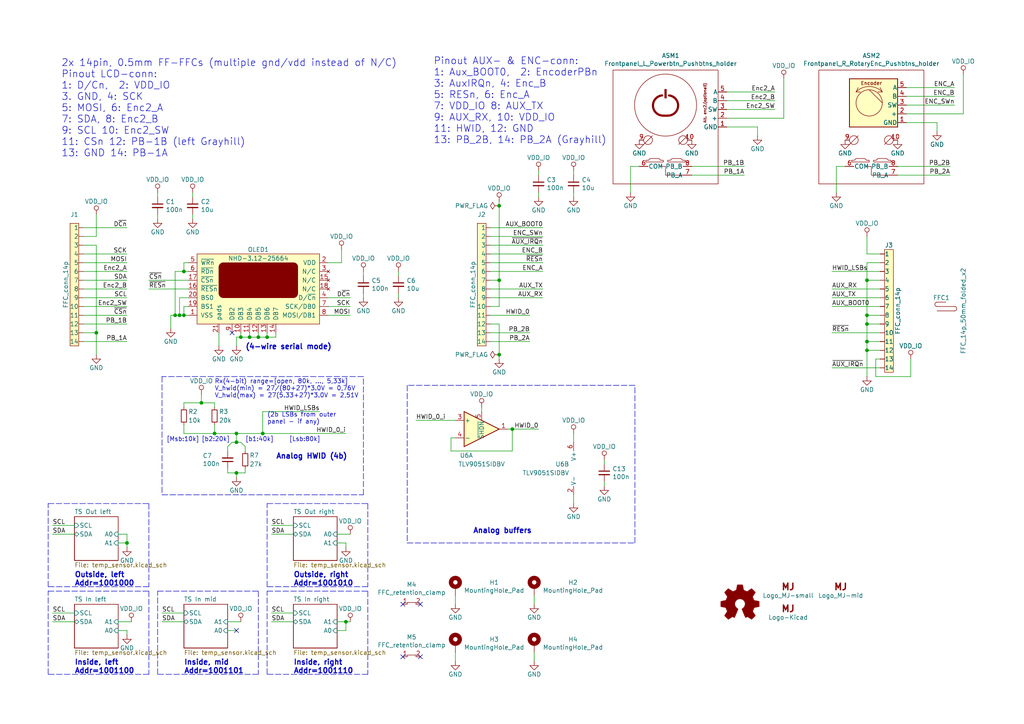
<source format=kicad_sch>
(kicad_sch (version 20231120) (generator "eeschema") (generator_version "8.0")
  (paper "A4")
  (title_block (title "Inner front-panel carrier board") (date "2020-05-15") (rev "R1a") (company "MaJo Electronics :)"))
  (lib_symbols
    (symbol "Device:C_Small" (pin_numbers hide) (pin_names (offset 0.254) hide)
      (property "Reference" "C" (at 0.254 1.778 0))
      (property "Value" "C_Small" (at 0.254 -2.032 0))
      (symbol "C_Small_1_1"
        (pin passive line (at 0 2.54 270) (length 2.032) (name "~") (number "1"))
        (pin passive line (at 0 -2.54 90) (length 2.032) (name "~") (number "2"))
      )
    )
    (symbol "Device:R_Small" (pin_numbers hide) (pin_names (offset 0.254) hide)
      (property "Reference" "R" (at 0.762 0.508 0))
      (property "Value" "R_Small" (at 0.762 -1.016 0))
      (symbol "R_Small_1_1"
        (pin passive line (at 0 2.54 270) (length 0.762) (name "~") (number "1"))
        (pin passive line (at 0 -2.54 90) (length 0.762) (name "~") (number "2"))
      )
    )
    (symbol "Graphic:Logo_Open_Hardware_Small" (pin_names (offset 1.016)))
    (symbol "Mechanical:MountingHole_Pad" (pin_numbers hide) (pin_names (offset 1.016) hide)
      (property "Reference" "H" (at 0 6.35 0))
      (property "Value" "MountingHole_Pad" (at 0 4.445 0))
      (symbol "MountingHole_Pad_1_1"
        (pin input line (at 0 -2.54 90) (length 2.54) (name "1") (number "1"))
      )
    )
    (symbol "customlib_mj:FFC_14p_50mm_folded_x2" (pin_numbers hide) (pin_names (offset 0) hide)
      (property "Reference" "FFC" (at 0 3.81 0))
      (property "Value" "FFC_14p_50mm_folded_x2" (at 0 -2.54 0))
    )
    (symbol "customlib_mj:FFC_conn_14p" (pin_numbers hide) (pin_names (offset 0.0254))
      (property "Reference" "J" (at 0 -19.05 0))
      (property "Value" "FFC_conn_14p" (at 2.54 0 90))
      (symbol "FFC_conn_14p_1_1"
        (pin passive line (at -2.54 16.51 0) (length 1.27) (name "1") (number "1"))
        (pin passive line (at -2.54 -6.35 0) (length 1.27) (name "10") (number "10"))
        (pin passive line (at -2.54 -8.89 0) (length 1.27) (name "11") (number "11"))
        (pin passive line (at -2.54 -11.43 0) (length 1.27) (name "12") (number "12"))
        (pin passive line (at -2.54 -13.97 0) (length 1.27) (name "13") (number "13"))
        (pin passive line (at -2.54 -16.51 0) (length 1.27) (name "14") (number "14"))
        (pin no_connect line (at 2.54 17.78 180) (length 1.27) hide (name "~") (number "15"))
        (pin no_connect line (at 2.54 -17.78 180) (length 1.27) hide (name "~") (number "16"))
        (pin passive line (at -2.54 13.97 0) (length 1.27) (name "2") (number "2"))
        (pin passive line (at -2.54 11.43 0) (length 1.27) (name "3") (number "3"))
        (pin passive line (at -2.54 8.89 0) (length 1.27) (name "4") (number "4"))
        (pin passive line (at -2.54 6.35 0) (length 1.27) (name "5") (number "5"))
        (pin passive line (at -2.54 3.81 0) (length 1.27) (name "6") (number "6"))
        (pin passive line (at -2.54 1.27 0) (length 1.27) (name "7") (number "7"))
        (pin passive line (at -2.54 -1.27 0) (length 1.27) (name "8") (number "8"))
        (pin passive line (at -2.54 -3.81 0) (length 1.27) (name "9") (number "9"))
      )
    )
    (symbol "customlib_mj:FFC_retention_clamp" (pin_names (offset 1.016))
      (property "Reference" "M" (at 0 2.54 0))
      (property "Value" "FFC_retention_clamp" (at 0 -1.27 0))
      (symbol "FFC_retention_clamp_1_1"
        (pin passive line (at -2.54 0 0) (length 1.27) (name "~") (number "1"))
        (pin passive line (at 2.54 0 180) (length 1.27) (name "~") (number "2"))
      )
    )
    (symbol "customlib_mj:Frontpanel_L_Powerbtn_Pushbtns_holder" (pin_names (offset 0.127))
      (property "Reference" "ASM" (at 0 21.59 0))
      (property "Value" "Frontpanel_L_Powerbtn_Pushbtns_holder" (at 0 -13.97 0))
      (symbol "Frontpanel_L_Powerbtn_Pushbtns_holder_0_0"
        (text "Alt. enc2.(optional!)" (at 11.43 10.795 900) (effects (font (size 0.762 0.762))))
      )
      (symbol "Frontpanel_L_Powerbtn_Pushbtns_holder_1_1"
        (pin power_in line (at 17.78 3.81 180) (length 2.54) (name "GND") (number "1"))
        (pin passive line (at 7.62 0 180) (length 1.27) (name "~") (number "10"))
        (pin power_in line (at 17.78 6.35 180) (length 2.54) (name "+") (number "2"))
        (pin passive line (at 17.78 8.89 180) (length 2.54) (name "SW") (number "3"))
        (pin passive line (at 17.78 11.43 180) (length 2.54) (name "B") (number "4"))
        (pin passive line (at 17.78 13.97 180) (length 2.54) (name "A") (number "5"))
        (pin passive line (at -7.62 -7.62 0) (length 2.54) (name "COM") (number "6"))
        (pin passive line (at 7.62 -10.16 180) (length 2.54) (name "PB_A") (number "7"))
        (pin passive line (at 7.62 -7.62 180) (length 2.54) (name "PB_B") (number "8"))
        (pin passive line (at -7.62 0 0) (length 1.27) (name "~") (number "9"))
      )
    )
    (symbol "customlib_mj:Frontpanel_R_RotaryEnc_Pushbtns_holder" (pin_names (offset 0.127))
      (property "Reference" "ASM" (at 0 21.59 0))
      (property "Value" "Frontpanel_R_RotaryEnc_Pushbtns_holder" (at 0 -13.97 0))
      (symbol "Frontpanel_R_RotaryEnc_Pushbtns_holder_0_0"
        (text "Encoder" (at 0 16.51 0) (effects (font (size 1.016 1.016))))
      )
      (symbol "Frontpanel_R_RotaryEnc_Pushbtns_holder_1_1"
        (pin power_in line (at 10.16 5.08 180) (length 2.54) (name "GND") (number "1"))
        (pin passive line (at 7.62 0 180) (length 1.27) (name "~") (number "10"))
        (pin power_in line (at 10.16 7.62 180) (length 2.54) (name "+") (number "2"))
        (pin passive line (at 10.16 10.16 180) (length 2.54) (name "SW") (number "3"))
        (pin passive line (at 10.16 12.7 180) (length 2.54) (name "B") (number "4"))
        (pin passive line (at 10.16 15.24 180) (length 2.54) (name "A") (number "5"))
        (pin passive line (at -7.62 -7.62 0) (length 2.54) (name "COM") (number "6"))
        (pin passive line (at 7.62 -10.16 180) (length 2.54) (name "PB_A") (number "7"))
        (pin passive line (at 7.62 -7.62 180) (length 2.54) (name "PB_B") (number "8"))
        (pin passive line (at -7.62 0 0) (length 1.27) (name "~") (number "9"))
      )
    )
    (symbol "customlib_mj:Logo_MJ" (pin_names (offset 1.016))
      (property "Reference" "Logo" (at 0 2.54 0))
      (symbol "Logo_MJ_0_0"
        (text "MJ" (at 0 0 0) (effects (font (size 1.905 1.905) (bold yes))))
      )
    )
    (symbol "customlib_mj:NHD-3.12-25664" (pin_names (offset 1.016))
      (property "Reference" "OLED" (at 0 8.89 0))
      (property "Value" "NHD-3.12-25664" (at 0 6.35 0))
      (symbol "NHD-3.12-25664_1_1"
        (pin power_in line (at -20.32 -10.16 0) (length 2.54) (name "VSS") (number "1"))
        (pin bidirectional line (at -5.08 -15.24 90) (length 2.54) (name "DB3") (number "10"))
        (pin bidirectional line (at -2.54 -15.24 90) (length 2.54) (name "DB4") (number "11"))
        (pin bidirectional line (at 0 -15.24 90) (length 2.54) (name "DB5") (number "12"))
        (pin bidirectional line (at 2.54 -15.24 90) (length 2.54) (name "DB6") (number "13"))
        (pin bidirectional line (at 5.08 -15.24 90) (length 2.54) (name "DB7") (number "14"))
        (pin no_connect line (at 20.32 0 180) (length 2.54) (name "N/C") (number "15"))
        (pin input line (at -20.32 -2.54 0) (length 2.54) (name "~{RESn}") (number "16"))
        (pin input line (at -20.32 0 0) (length 2.54) (name "~{CSn}") (number "17"))
        (pin no_connect line (at 20.32 -2.54 180) (length 2.54) (name "N/C") (number "18"))
        (pin input line (at -20.32 -7.62 0) (length 2.54) (name "BS1") (number "19"))
        (pin power_in line (at 20.32 5.08 180) (length 2.54) (name "VDD") (number "2"))
        (pin input line (at -20.32 -5.08 0) (length 2.54) (name "BS0") (number "20"))
        (pin passive line (at -11.43 -15.24 90) (length 2.54) (name "pads") (number "21"))
        (pin no_connect line (at 20.32 2.54 180) (length 2.54) (name "N/C") (number "3"))
        (pin input line (at 20.32 -5.08 180) (length 2.54) (name "D/~{Cn}") (number "4"))
        (pin input line (at -20.32 5.08 0) (length 2.54) (name "~{WRn}") (number "5"))
        (pin input line (at -20.32 2.54 0) (length 2.54) (name "~{RDn}") (number "6"))
        (pin bidirectional line (at 20.32 -7.62 180) (length 2.54) (name "SCK/DB0") (number "7"))
        (pin bidirectional line (at 20.32 -10.16 180) (length 2.54) (name "MOSI/DB1") (number "8"))
        (pin bidirectional line (at -7.62 -15.24 90) (length 2.54) (name "DB2") (number "9"))
      )
    )
    (symbol "customlib_mj:TLV9051SIDBV" (pin_names (offset 0.127))
      (property "Reference" "U" (at 1.27 3.81 0))
      (property "Value" "TLV9051SIDBV" (at -2.54 -5.08 0))
      (symbol "TLV9051SIDBV_1_1"
        (pin output line (at 7.62 0 180) (length 2.54) (name "~") (number "1"))
        (pin input line (at -7.62 2.54 0) (length 2.54) (name "+") (number "3"))
        (pin input line (at -7.62 -2.54 0) (length 2.54) (name "-") (number "4"))
        (pin input line (at 0 5.08 270) (length 2.54) (name "~{SHDN}") (number "5"))
      )
      (symbol "TLV9051SIDBV_2_1"
        (pin power_in line (at 0 -7.62 90) (length 2.54) (name "V-") (number "2"))
        (pin power_in line (at 0 7.62 270) (length 2.54) (name "V+") (number "6"))
      )
    )
    (symbol "customlib_mj:VDD_IO" (power) (pin_names (offset 0))
      (property "Value" "VDD_IO" (at 0 3.81 0))
      (symbol "VDD_IO_1_1"
        (pin power_in line (at 0 0 90) (length 0) hide (name "VDD_IO") (number "1"))
      )
    )
    (symbol "power:GND" (power) (pin_names (offset 0))
      (property "Value" "GND" (at 0 -3.81 0))
      (symbol "GND_1_1"
        (pin power_in line (at 0 0 270) (length 0) hide (name "GND") (number "1"))
      )
    )
    (symbol "power:PWR_FLAG" (power) (pin_numbers hide) (pin_names (offset 0) hide)
      (property "Value" "PWR_FLAG" (at 0 3.81 0))
      (symbol "PWR_FLAG_0_0"
        (pin power_out line (at 0 0 90) (length 0) (name "pwr") (number "1"))
      )
    )
  )
  (junction (at 144.78 81.28))
  (junction (at 251.46 93.98))
  (junction (at 251.46 101.6))
  (junction (at 62.23 125.73))
  (junction (at 68.58 128.27))
  (junction (at 72.39 97.79))
  (junction (at 144.78 59.69))
  (junction (at 144.78 102.87))
  (junction (at 76.2 125.73))
  (junction (at 251.46 99.06))
  (junction (at 69.85 97.79))
  (junction (at 53.34 91.44))
  (junction (at 251.46 91.44))
  (junction (at 251.46 81.28))
  (junction (at 50.8 91.44))
  (junction (at 100.33 180.34))
  (junction (at 52.07 91.44))
  (junction (at 74.93 97.79))
  (junction (at 77.47 97.79))
  (junction (at 148.59 124.46))
  (junction (at 27.94 96.52))
  (junction (at 36.83 157.48))
  (junction (at 68.58 137.16))
  (junction (at 53.34 78.74))
  (junction (at 68.58 125.73))
  (junction (at 58.42 116.84))
  (no_connect (at 121.92 175.26))
  (no_connect (at 116.84 175.26))
  (no_connect (at 116.84 190.5))
  (no_connect (at 121.92 190.5))
  (no_connect (at 68.58 182.88))
  (no_connect (at 67.31 96.52))
  (polyline (pts (xy 13.97 170.18) (xy 13.97 146.05)) (stroke (width 0) (type dash)))
  (wire (pts (xy 54.61 78.74) (xy 53.34 78.74)))
  (wire (pts (xy 27.94 68.58) (xy 27.94 62.23)))
  (wire (pts (xy 148.59 124.46) (xy 156.21 124.46)))
  (wire (pts (xy 45.72 55.88) (xy 45.72 57.15)))
  (wire (pts (xy 21.59 177.8) (xy 15.24 177.8)))
  (wire (pts (xy 68.58 128.27) (xy 67.31 128.27)))
  (wire (pts (xy 219.71 39.37) (xy 219.71 36.83)))
  (wire (pts (xy 139.7 119.38) (xy 139.7 118.11)))
  (wire (pts (xy 255.27 96.52) (xy 241.3 96.52)))
  (wire (pts (xy 53.34 91.44) (xy 54.61 91.44)))
  (wire (pts (xy 166.37 146.05) (xy 166.37 143.51)))
  (wire (pts (xy 144.78 88.9) (xy 144.78 81.28)))
  (wire (pts (xy 175.26 139.7) (xy 175.26 140.97)))
  (wire (pts (xy 148.59 124.46) (xy 147.32 124.46)))
  (polyline (pts (xy 77.47 170.18) (xy 77.47 146.05)) (stroke (width 0) (type dash)))
  (wire (pts (xy 100.33 180.34) (xy 101.6 180.34)))
  (wire (pts (xy 148.59 130.81) (xy 148.59 124.46)))
  (wire (pts (xy 24.13 71.12) (xy 27.94 71.12)))
  (wire (pts (xy 251.46 81.28) (xy 251.46 91.44)))
  (polyline (pts (xy 118.11 157.48) (xy 184.15 157.48)) (stroke (width 0) (type dash)))
  (wire (pts (xy 62.23 118.11) (xy 62.23 116.84)))
  (polyline (pts (xy 43.18 170.18) (xy 13.97 170.18)) (stroke (width 0) (type dash)))
  (wire (pts (xy 74.93 97.79) (xy 77.47 97.79)))
  (wire (pts (xy 254 104.14) (xy 254 109.22)))
  (wire (pts (xy 144.78 81.28) (xy 142.24 81.28)))
  (wire (pts (xy 85.09 152.4) (xy 78.74 152.4)))
  (wire (pts (xy 68.58 97.79) (xy 69.85 97.79)))
  (wire (pts (xy 142.24 66.04) (xy 157.48 66.04)))
  (wire (pts (xy 132.08 189.23) (xy 132.08 191.77)))
  (wire (pts (xy 24.13 96.52) (xy 27.94 96.52)))
  (polyline (pts (xy 45.72 195.58) (xy 45.72 171.45)) (stroke (width 0) (type dash)))
  (wire (pts (xy 54.61 86.36) (xy 52.07 86.36)))
  (wire (pts (xy 55.88 62.23) (xy 55.88 63.5)))
  (wire (pts (xy 251.46 76.2) (xy 255.27 76.2)))
  (wire (pts (xy 24.13 76.2) (xy 36.83 76.2)))
  (wire (pts (xy 58.42 114.3) (xy 58.42 116.84)))
  (wire (pts (xy 142.24 88.9) (xy 144.78 88.9)))
  (polyline (pts (xy 106.68 146.05) (xy 106.68 170.18)) (stroke (width 0) (type dash)))
  (wire (pts (xy 166.37 128.27) (xy 166.37 125.73)))
  (wire (pts (xy 76.2 119.38) (xy 92.71 119.38)))
  (wire (pts (xy 260.35 48.26) (xy 275.59 48.26)))
  (wire (pts (xy 77.47 96.52) (xy 77.47 97.79)))
  (wire (pts (xy 130.81 127) (xy 130.81 130.81)))
  (wire (pts (xy 156.21 55.88) (xy 156.21 57.15)))
  (wire (pts (xy 264.16 109.22) (xy 264.16 104.14)))
  (wire (pts (xy 24.13 99.06) (xy 36.83 99.06)))
  (wire (pts (xy 55.88 55.88) (xy 55.88 57.15)))
  (wire (pts (xy 54.61 76.2) (xy 53.34 76.2)))
  (wire (pts (xy 210.82 26.67) (xy 224.79 26.67)))
  (wire (pts (xy 185.42 48.26) (xy 182.88 48.26)))
  (wire (pts (xy 95.25 88.9) (xy 101.6 88.9)))
  (wire (pts (xy 156.21 49.53) (xy 156.21 50.8)))
  (wire (pts (xy 58.42 116.84) (xy 62.23 116.84)))
  (wire (pts (xy 262.89 30.48) (xy 276.86 30.48)))
  (wire (pts (xy 254 104.14) (xy 255.27 104.14)))
  (polyline (pts (xy 13.97 195.58) (xy 13.97 171.45)) (stroke (width 0) (type dash)))
  (wire (pts (xy 97.79 180.34) (xy 100.33 180.34)))
  (wire (pts (xy 80.01 97.79) (xy 80.01 96.52)))
  (wire (pts (xy 68.58 137.16) (xy 68.58 138.43)))
  (wire (pts (xy 52.07 91.44) (xy 53.34 91.44)))
  (wire (pts (xy 130.81 130.81) (xy 148.59 130.81)))
  (wire (pts (xy 53.34 177.8) (xy 46.99 177.8)))
  (wire (pts (xy 227.33 34.29) (xy 210.82 34.29)))
  (polyline (pts (xy 43.18 171.45) (xy 43.18 195.58)) (stroke (width 0) (type dash)))
  (wire (pts (xy 27.94 96.52) (xy 27.94 102.87)))
  (wire (pts (xy 53.34 76.2) (xy 53.34 78.74)))
  (wire (pts (xy 132.08 172.72) (xy 132.08 175.26)))
  (wire (pts (xy 27.94 71.12) (xy 27.94 96.52)))
  (wire (pts (xy 262.89 25.4) (xy 276.86 25.4)))
  (wire (pts (xy 69.85 96.52) (xy 69.85 97.79)))
  (wire (pts (xy 142.24 96.52) (xy 153.67 96.52)))
  (wire (pts (xy 53.34 88.9) (xy 53.34 91.44)))
  (wire (pts (xy 66.04 130.81) (xy 66.04 129.54)))
  (wire (pts (xy 166.37 49.53) (xy 166.37 50.8)))
  (polyline (pts (xy 46.99 143.51) (xy 105.41 143.51)) (stroke (width 0) (type dash)))
  (wire (pts (xy 97.79 182.88) (xy 100.33 182.88)))
  (wire (pts (xy 255.27 81.28) (xy 251.46 81.28)))
  (wire (pts (xy 36.83 182.88) (xy 36.83 184.15)))
  (wire (pts (xy 68.58 137.16) (xy 71.12 137.16)))
  (wire (pts (xy 144.78 102.87) (xy 144.78 104.14)))
  (wire (pts (xy 142.24 99.06) (xy 153.67 99.06)))
  (wire (pts (xy 69.85 97.79) (xy 72.39 97.79)))
  (wire (pts (xy 21.59 152.4) (xy 15.24 152.4)))
  (wire (pts (xy 53.34 116.84) (xy 58.42 116.84)))
  (wire (pts (xy 36.83 158.75) (xy 36.83 157.48)))
  (wire (pts (xy 255.27 101.6) (xy 251.46 101.6)))
  (wire (pts (xy 66.04 180.34) (xy 69.85 180.34)))
  (wire (pts (xy 132.08 121.92) (xy 120.65 121.92)))
  (polyline (pts (xy 74.93 195.58) (xy 45.72 195.58)) (stroke (width 0) (type dash)))
  (wire (pts (xy 154.94 189.23) (xy 154.94 191.77)))
  (polyline (pts (xy 77.47 146.05) (xy 106.68 146.05)) (stroke (width 0) (type dash)))
  (wire (pts (xy 227.33 22.86) (xy 227.33 34.29)))
  (wire (pts (xy 45.72 62.23) (xy 45.72 63.5)))
  (wire (pts (xy 54.61 83.82) (xy 43.18 83.82)))
  (wire (pts (xy 251.46 73.66) (xy 255.27 73.66)))
  (polyline (pts (xy 46.99 109.22) (xy 46.99 143.51)) (stroke (width 0) (type dash)))
  (wire (pts (xy 142.24 73.66) (xy 157.48 73.66)))
  (wire (pts (xy 54.61 88.9) (xy 53.34 88.9)))
  (wire (pts (xy 100.33 182.88) (xy 100.33 180.34)))
  (wire (pts (xy 242.57 48.26) (xy 242.57 55.88)))
  (wire (pts (xy 34.29 180.34) (xy 38.1 180.34)))
  (wire (pts (xy 210.82 29.21) (xy 224.79 29.21)))
  (wire (pts (xy 34.29 182.88) (xy 36.83 182.88)))
  (wire (pts (xy 101.6 154.94) (xy 97.79 154.94)))
  (wire (pts (xy 279.4 21.59) (xy 279.4 33.02)))
  (wire (pts (xy 105.41 78.74) (xy 105.41 80.01)))
  (wire (pts (xy 95.25 91.44) (xy 101.6 91.44)))
  (wire (pts (xy 69.85 128.27) (xy 68.58 128.27)))
  (wire (pts (xy 260.35 50.8) (xy 275.59 50.8)))
  (wire (pts (xy 271.78 35.56) (xy 262.89 35.56)))
  (wire (pts (xy 76.2 125.73) (xy 76.2 119.38)))
  (wire (pts (xy 132.08 127) (xy 130.81 127)))
  (wire (pts (xy 71.12 129.54) (xy 69.85 128.27)))
  (polyline (pts (xy 43.18 195.58) (xy 13.97 195.58)) (stroke (width 0) (type dash)))
  (wire (pts (xy 241.3 106.68) (xy 255.27 106.68)))
  (wire (pts (xy 24.13 86.36) (xy 36.83 86.36)))
  (wire (pts (xy 24.13 66.04) (xy 36.83 66.04)))
  (wire (pts (xy 53.34 118.11) (xy 53.34 116.84)))
  (wire (pts (xy 66.04 137.16) (xy 68.58 137.16)))
  (wire (pts (xy 77.47 97.79) (xy 80.01 97.79)))
  (wire (pts (xy 71.12 137.16) (xy 71.12 135.89)))
  (wire (pts (xy 24.13 93.98) (xy 36.83 93.98)))
  (wire (pts (xy 271.78 38.1) (xy 271.78 35.56)))
  (polyline (pts (xy 13.97 171.45) (xy 43.18 171.45)) (stroke (width 0) (type dash)))
  (wire (pts (xy 95.25 76.2) (xy 99.06 76.2)))
  (wire (pts (xy 255.27 91.44) (xy 251.46 91.44)))
  (wire (pts (xy 251.46 93.98) (xy 251.46 99.06)))
  (wire (pts (xy 72.39 97.79) (xy 74.93 97.79)))
  (wire (pts (xy 21.59 180.34) (xy 15.24 180.34)))
  (wire (pts (xy 200.66 48.26) (xy 215.9 48.26)))
  (wire (pts (xy 144.78 59.69) (xy 144.78 81.28)))
  (wire (pts (xy 66.04 135.89) (xy 66.04 137.16)))
  (polyline (pts (xy 184.15 111.76) (xy 118.11 111.76)) (stroke (width 0) (type dash)))
  (wire (pts (xy 34.29 157.48) (xy 36.83 157.48)))
  (wire (pts (xy 262.89 27.94) (xy 276.86 27.94)))
  (polyline (pts (xy 105.41 109.22) (xy 46.99 109.22)) (stroke (width 0) (type dash)))
  (wire (pts (xy 66.04 182.88) (xy 68.58 182.88)))
  (polyline (pts (xy 105.41 143.51) (xy 105.41 109.22)) (stroke (width 0) (type dash)))
  (wire (pts (xy 74.93 96.52) (xy 74.93 97.79)))
  (wire (pts (xy 142.24 71.12) (xy 157.48 71.12)))
  (wire (pts (xy 175.26 133.35) (xy 175.26 134.62)))
  (wire (pts (xy 49.53 91.44) (xy 50.8 91.44)))
  (wire (pts (xy 115.57 78.74) (xy 115.57 80.01)))
  (wire (pts (xy 99.06 76.2) (xy 99.06 72.39)))
  (polyline (pts (xy 74.93 171.45) (xy 74.93 195.58)) (stroke (width 0) (type dash)))
  (wire (pts (xy 50.8 91.44) (xy 52.07 91.44)))
  (wire (pts (xy 36.83 157.48) (xy 36.83 154.94)))
  (wire (pts (xy 24.13 81.28) (xy 36.83 81.28)))
  (wire (pts (xy 68.58 128.27) (xy 68.58 125.73)))
  (polyline (pts (xy 45.72 171.45) (xy 74.93 171.45)) (stroke (width 0) (type dash)))
  (wire (pts (xy 255.27 93.98) (xy 251.46 93.98)))
  (wire (pts (xy 241.3 88.9) (xy 255.27 88.9)))
  (wire (pts (xy 63.5 96.52) (xy 63.5 100.33)))
  (wire (pts (xy 251.46 81.28) (xy 251.46 76.2)))
  (wire (pts (xy 245.11 48.26) (xy 242.57 48.26)))
  (polyline (pts (xy 184.15 157.48) (xy 184.15 111.76)) (stroke (width 0) (type dash)))
  (wire (pts (xy 251.46 101.6) (xy 251.46 109.22)))
  (wire (pts (xy 85.09 177.8) (xy 78.74 177.8)))
  (wire (pts (xy 24.13 88.9) (xy 36.83 88.9)))
  (wire (pts (xy 219.71 36.83) (xy 210.82 36.83)))
  (wire (pts (xy 241.3 86.36) (xy 255.27 86.36)))
  (wire (pts (xy 142.24 83.82) (xy 157.48 83.82)))
  (wire (pts (xy 62.23 123.19) (xy 62.23 125.73)))
  (wire (pts (xy 100.33 158.75) (xy 100.33 157.48)))
  (wire (pts (xy 255.27 78.74) (xy 241.3 78.74)))
  (polyline (pts (xy 106.68 170.18) (xy 77.47 170.18)) (stroke (width 0) (type dash)))
  (wire (pts (xy 142.24 68.58) (xy 157.48 68.58)))
  (wire (pts (xy 72.39 96.52) (xy 72.39 97.79)))
  (wire (pts (xy 24.13 73.66) (xy 36.83 73.66)))
  (wire (pts (xy 52.07 86.36) (xy 52.07 91.44)))
  (wire (pts (xy 53.34 125.73) (xy 62.23 125.73)))
  (wire (pts (xy 71.12 130.81) (xy 71.12 129.54)))
  (wire (pts (xy 254 109.22) (xy 264.16 109.22)))
  (wire (pts (xy 142.24 78.74) (xy 157.48 78.74)))
  (polyline (pts (xy 13.97 146.05) (xy 43.18 146.05)) (stroke (width 0) (type dash)))
  (wire (pts (xy 142.24 93.98) (xy 144.78 93.98)))
  (wire (pts (xy 115.57 85.09) (xy 115.57 86.36)))
  (wire (pts (xy 142.24 91.44) (xy 153.67 91.44)))
  (wire (pts (xy 85.09 154.94) (xy 78.74 154.94)))
  (polyline (pts (xy 106.68 195.58) (xy 77.47 195.58)) (stroke (width 0) (type dash)))
  (wire (pts (xy 68.58 97.79) (xy 68.58 100.33)))
  (wire (pts (xy 144.78 93.98) (xy 144.78 102.87)))
  (polyline (pts (xy 43.18 146.05) (xy 43.18 170.18)) (stroke (width 0) (type dash)))
  (wire (pts (xy 105.41 85.09) (xy 105.41 86.36)))
  (wire (pts (xy 166.37 55.88) (xy 166.37 57.15)))
  (wire (pts (xy 85.09 180.34) (xy 78.74 180.34)))
  (wire (pts (xy 142.24 76.2) (xy 157.48 76.2)))
  (polyline (pts (xy 77.47 195.58) (xy 77.47 171.45)) (stroke (width 0) (type dash)))
  (wire (pts (xy 95.25 86.36) (xy 101.6 86.36)))
  (wire (pts (xy 24.13 83.82) (xy 36.83 83.82)))
  (wire (pts (xy 67.31 128.27) (xy 66.04 129.54)))
  (polyline (pts (xy 118.11 111.76) (xy 118.11 157.48)) (stroke (width 0) (type dash)))
  (wire (pts (xy 24.13 91.44) (xy 36.83 91.44)))
  (wire (pts (xy 251.46 68.58) (xy 251.46 73.66)))
  (wire (pts (xy 53.34 78.74) (xy 50.8 78.74)))
  (wire (pts (xy 49.53 95.25) (xy 49.53 91.44)))
  (wire (pts (xy 50.8 78.74) (xy 50.8 91.44)))
  (wire (pts (xy 54.61 81.28) (xy 43.18 81.28)))
  (wire (pts (xy 36.83 154.94) (xy 34.29 154.94)))
  (wire (pts (xy 53.34 180.34) (xy 46.99 180.34)))
  (polyline (pts (xy 77.47 171.45) (xy 106.68 171.45)) (stroke (width 0) (type dash)))
  (wire (pts (xy 251.46 99.06) (xy 251.46 101.6)))
  (wire (pts (xy 255.27 99.06) (xy 251.46 99.06)))
  (wire (pts (xy 24.13 68.58) (xy 27.94 68.58)))
  (wire (pts (xy 279.4 33.02) (xy 262.89 33.02)))
  (wire (pts (xy 200.66 50.8) (xy 215.9 50.8)))
  (wire (pts (xy 53.34 123.19) (xy 53.34 125.73)))
  (wire (pts (xy 182.88 55.88) (xy 182.88 48.26)))
  (wire (pts (xy 21.59 154.94) (xy 15.24 154.94)))
  (wire (pts (xy 142.24 86.36) (xy 157.48 86.36)))
  (polyline (pts (xy 106.68 171.45) (xy 106.68 195.58)) (stroke (width 0) (type dash)))
  (wire (pts (xy 154.94 172.72) (xy 154.94 175.26)))
  (wire (pts (xy 251.46 91.44) (xy 251.46 93.98)))
  (wire (pts (xy 68.58 125.73) (xy 76.2 125.73)))
  (wire (pts (xy 76.2 125.73) (xy 100.33 125.73)))
  (wire (pts (xy 144.78 58.42) (xy 144.78 59.69)))
  (wire (pts (xy 62.23 125.73) (xy 68.58 125.73)))
  (wire (pts (xy 24.13 78.74) (xy 36.83 78.74)))
  (wire (pts (xy 210.82 31.75) (xy 224.79 31.75)))
  (wire (pts (xy 241.3 83.82) (xy 255.27 83.82)))
  (wire (pts (xy 100.33 157.48) (xy 97.79 157.48)))
  (text "2x 14pin, 0.5mm FF-FFCs (multiple gnd/vdd instead of N/C)\nPinout LCD-conn:\n1: D/Cn,  2: VDD_IO\n3. GND, 4: SCK\n5: MOSI, 6: Enc2_A\n7: SDA, 8: Enc2_B\n9: SCL 10: Enc2_SW\n11: CSn 12: PB-1B (left Grayhill)\n13: GND 14: PB-1A" (at 17.78 45.72 0) (effects (font (size 2.032 2.032)) (justify left bottom)))
  (text "Rx(4-bit) range=[open, 80k, ..., 5,33k]\nV_hwid(min) = 27/(80+27)*3.0V = 0,76V\nV_hwid(max) = 27(5.33+27)*3.0V = 2,51V" (at 62.23 115.57 0) (effects (font (size 1.27 1.27)) (justify left bottom)))
  (text "Inside, right\nAddr=1001110" (at 85.09 195.58 0) (effects (font (size 1.524 1.524) (thickness 0.3048) (bold yes)) (justify left bottom)))
  (text "Outside, left\nAddr=1001000" (at 21.59 170.18 0) (effects (font (size 1.524 1.524) (thickness 0.3048) (bold yes)) (justify left bottom)))
  (text "[b1:40k]" (at 71.12 128.27 0) (effects (font (size 1.27 1.27)) (justify left bottom)))
  (text "[Msb:10k]" (at 48.26 128.27 0) (effects (font (size 1.27 1.27)) (justify left bottom)))
  (text "Inside, left\nAddr=1001100" (at 21.59 195.58 0) (effects (font (size 1.524 1.524) (thickness 0.3048) (bold yes)) (justify left bottom)))
  (text "Analog buffers" (at 137.16 154.94 0) (effects (font (size 1.524 1.524) (thickness 0.3048) (bold yes)) (justify left bottom)))
  (text "Inside, mid\nAddr=1001101" (at 53.34 195.58 0) (effects (font (size 1.524 1.524) (thickness 0.3048) (bold yes)) (justify left bottom)))
  (text "Pinout AUX- & ENC-conn:\n1: Aux_BOOT0,  2: EncoderPBn\n3: AuxIRQn, 4: Enc_B\n5: RESn, 6: Enc_A\n7: VDD_IO 8: AUX_TX\n9: AUX_RX, 10: VDD_IO\n11: HWID, 12: GND\n13: PB_2B, 14: PB_2A (Grayhill)" (at 125.73 41.91 0) (effects (font (size 2.032 2.032)) (justify left bottom)))
  (text "[Lsb:80k]" (at 83.82 128.27 0) (effects (font (size 1.27 1.27)) (justify left bottom)))
  (text "(2b LSBs from outer\npanel - if any)" (at 77.47 123.19 0) (effects (font (size 1.27 1.27)) (justify left bottom)))
  (text "Outside, right\nAddr=1001010" (at 85.09 170.18 0) (effects (font (size 1.524 1.524) (thickness 0.3048) (bold yes)) (justify left bottom)))
  (text "[b2:20k]" (at 58.42 128.27 0) (effects (font (size 1.27 1.27)) (justify left bottom)))
  (text "Analog HWID (4b)" (at 80.01 133.35 0) (effects (font (size 1.524 1.524) (thickness 0.3048) (bold yes)) (justify left bottom)))
  (text "(4-wire serial mode)" (at 71.12 101.6 0) (effects (font (size 1.524 1.524) (thickness 0.3048) (bold yes)) (justify left bottom)))
  (label "PB_1B" (at 215.9 48.26 180))
  (label "~{AUX_IRQn}" (at 157.48 71.12 180))
  (label "SDA" (at 36.83 81.28 180))
  (label "PB_2A" (at 153.67 99.06 180))
  (label "Enc2_SW" (at 36.83 88.9 180))
  (label "Enc2_A" (at 36.83 78.74 180))
  (label "D~{Cn}" (at 101.6 86.36 180))
  (label "ENC_B" (at 276.86 27.94 180))
  (label "~{RESn}" (at 43.18 83.82 0))
  (label "~{CSn}" (at 43.18 81.28 0))
  (label "Enc2_B" (at 36.83 83.82 180))
  (label "SCL" (at 15.24 177.8 0))
  (label "SCL" (at 46.99 177.8 0))
  (label "PB_2B" (at 275.59 48.26 180))
  (label "AUX_BOOT0" (at 157.48 66.04 180))
  (label "Enc2_A" (at 224.79 26.67 180))
  (label "ENC_SWn" (at 276.86 30.48 180))
  (label "SDA" (at 46.99 180.34 0))
  (label "AUX_BOOT0" (at 241.3 88.9 0))
  (label "SDA" (at 15.24 180.34 0))
  (label "PB_1B" (at 36.83 93.98 180))
  (label "ENC_SWn" (at 157.48 68.58 180))
  (label "ENC_A" (at 157.48 78.74 180))
  (label "AUX_RX" (at 241.3 83.82 0))
  (label "HWID_0" (at 156.21 124.46 180))
  (label "SCK" (at 36.83 73.66 180))
  (label "SDA" (at 78.74 180.34 0))
  (label "HWID_0_i" (at 100.33 125.73 180))
  (label "HWID_LSBs" (at 92.71 119.38 180))
  (label "~{AUX_IRQn}" (at 241.3 106.68 0))
  (label "~{CSn}" (at 36.83 91.44 180))
  (label "HWID_0" (at 153.67 91.44 180))
  (label "PB_2A" (at 275.59 50.8 180))
  (label "MOSI" (at 101.6 91.44 180))
  (label "PB_1A" (at 215.9 50.8 180))
  (label "SDA" (at 15.24 154.94 0))
  (label "~{RESn}" (at 157.48 76.2 180))
  (label "ENC_B" (at 157.48 73.66 180))
  (label "PB_1A" (at 36.83 99.06 180))
  (label "Enc2_SW" (at 224.79 31.75 180))
  (label "AUX_TX" (at 241.3 86.36 0))
  (label "D~{Cn}" (at 36.83 66.04 180))
  (label "SCL" (at 78.74 152.4 0))
  (label "HWID_LSBs" (at 241.3 78.74 0))
  (label "SCL" (at 78.74 177.8 0))
  (label "SCL" (at 36.83 86.36 180))
  (label "PB_2B" (at 153.67 96.52 180))
  (label "~{RESn}" (at 241.3 96.52 0))
  (label "ENC_A" (at 276.86 25.4 180))
  (label "Enc2_B" (at 224.79 29.21 180))
  (label "SCK" (at 101.6 88.9 180))
  (label "SDA" (at 78.74 154.94 0))
  (label "HWID_0_i" (at 120.65 121.92 0))
  (label "MOSI" (at 36.83 76.2 180))
  (label "AUX_TX" (at 157.48 83.82 180))
  (label "SCL" (at 15.24 152.4 0))
  (label "AUX_RX" (at 157.48 86.36 180))
  (symbol (lib_id "Mechanical:MountingHole_Pad") (at 132.08 170.18 0) (unit 1)
    (property "Reference" "H1" (at 143.3322 168.9354 0))
    (property "Value" "MountingHole_Pad" (at 143.3322 171.2468 0))
    (property "Footprint" "customlib_mj_fp:MountingHole_3-6mm_pth" (effects (hide yes)))
  )
  (symbol (lib_id "Mechanical:MountingHole_Pad") (at 154.94 170.18 0) (unit 1)
    (property "Reference" "H2" (at 166.1922 168.9354 0))
    (property "Value" "MountingHole_Pad" (at 166.1922 171.2468 0))
    (property "Footprint" "customlib_mj_fp:MountingHole_3-6mm_pth" (effects (hide yes)))
  )
  (symbol (lib_id "Mechanical:MountingHole_Pad") (at 132.08 186.69 0) (unit 1)
    (property "Reference" "H3" (at 143.3322 185.4454 0))
    (property "Value" "MountingHole_Pad" (at 143.3322 187.7568 0))
    (property "Footprint" "customlib_mj_fp:MountingHole_3-6mm_pth" (effects (hide yes)))
  )
  (symbol (lib_id "Mechanical:MountingHole_Pad") (at 154.94 186.69 0) (unit 1)
    (property "Reference" "H4" (at 166.1922 185.4454 0))
    (property "Value" "MountingHole_Pad" (at 166.1922 187.7568 0))
    (property "Footprint" "customlib_mj_fp:MountingHole_3-6mm_pth" (effects (hide yes)))
  )
  (symbol (lib_id "customlib_mj:Frontpanel_R_RotaryEnc_Pushbtns_holder") (at 252.73 40.64 0) (unit 1)
    (property "Reference" "ASM2" (at 252.73 16.129 0))
    (property "Value" "Frontpanel_R_RotaryEnc_Pushbtns_holder" (at 252.73 18.4404 0))
    (property "Footprint" "customlib_mj_fp:Frontpanel_R_RotaryEnc_Pushbtns_holder-one_M3_removed" (effects (hide yes)))
  )
  (symbol (lib_id "customlib_mj:FFC_conn_14p") (at 21.59 82.55 0) (mirror y) (unit 1)
    (property "Reference" "J1" (at 21.59 62.23 0))
    (property "Value" "FFC_conn_14p" (at 19.05 82.55 90))
    (property "Footprint" "customlib_mj_fp:FPC_14p_05mm-Universal" (effects (hide yes)))
    (property "Datasheet" "https://www.we-online.com/catalog/datasheet/687114182122.pdf" (effects (hide yes)))
  )
  (symbol (lib_id "customlib_mj:FFC_conn_14p") (at 139.7 82.55 0) (mirror y) (unit 1)
    (property "Reference" "J2" (at 139.7 62.23 0))
    (property "Value" "FFC_conn_14p" (at 137.16 82.55 90))
    (property "Footprint" "customlib_mj_fp:FPC_14p_05mm-Universal" (effects (hide yes)))
    (property "Datasheet" "https://www.we-online.com/catalog/datasheet/687114182122.pdf" (effects (hide yes)))
  )
  (symbol (lib_id "customlib_mj:VDD_IO") (at 27.94 62.23 0) (unit 1)
    (property "Reference" "#PWR07" (effects (hide yes)))
    (property "Value" "VDD_IO" (at 27.94 58.42 0))
  )
  (symbol (lib_id "power:GND") (at 27.94 102.87 0) (unit 1)
    (property "Reference" "#PWR024" (effects (hide yes)))
    (property "Value" "GND" (at 27.94 106.68 0))
  )
  (symbol (lib_id "Device:C_Small") (at 45.72 59.69 0) (unit 1)
    (property "Reference" "C1" (at 48.0568 58.5216 0) (effects (justify left)))
    (property "Value" "100n" (at 48.0568 60.833 0) (effects (justify left)))
    (property "Footprint" "Capacitor_SMD:C_0603_1608Metric" (effects (hide yes)))
  )
  (symbol (lib_id "Device:C_Small") (at 55.88 59.69 0) (unit 1)
    (property "Reference" "C2" (at 58.2168 58.5216 0) (effects (justify left)))
    (property "Value" "10u" (at 58.2168 60.833 0) (effects (justify left)))
    (property "Footprint" "Capacitor_SMD:C_0603_1608Metric" (effects (hide yes)))
  )
  (symbol (lib_id "power:GND") (at 45.72 63.5 0) (unit 1)
    (property "Reference" "#PWR08" (effects (hide yes)))
    (property "Value" "GND" (at 45.72 67.31 0))
  )
  (symbol (lib_id "power:GND") (at 55.88 63.5 0) (unit 1)
    (property "Reference" "#PWR09" (effects (hide yes)))
    (property "Value" "GND" (at 55.88 67.31 0))
  )
  (symbol (lib_id "customlib_mj:VDD_IO") (at 45.72 55.88 0) (unit 1)
    (property "Reference" "#PWR03" (effects (hide yes)))
    (property "Value" "VDD_IO" (at 45.72 52.07 0))
  )
  (symbol (lib_id "customlib_mj:VDD_IO") (at 55.88 55.88 0) (unit 1)
    (property "Reference" "#PWR04" (effects (hide yes)))
    (property "Value" "VDD_IO" (at 55.88 52.07 0))
  )
  (symbol (lib_id "power:GND") (at 100.33 158.75 0) (unit 1)
    (property "Reference" "#PWR032" (effects (hide yes)))
    (property "Value" "GND" (at 100.33 162.56 0))
  )
  (symbol (lib_id "customlib_mj:VDD_IO") (at 101.6 154.94 0) (unit 1)
    (property "Reference" "#PWR030" (effects (hide yes)))
    (property "Value" "VDD_IO" (at 101.6 151.13 0))
  )
  (symbol (lib_id "customlib_mj:VDD_IO") (at 69.85 180.34 0) (unit 1)
    (property "Reference" "#PWR036" (effects (hide yes)))
    (property "Value" "VDD_IO" (at 69.85 176.53 0))
  )
  (symbol (lib_id "power:GND") (at 36.83 158.75 0) (unit 1)
    (property "Reference" "#PWR031" (effects (hide yes)))
    (property "Value" "GND" (at 36.83 162.56 0))
  )
  (symbol (lib_id "customlib_mj:VDD_IO") (at 101.6 180.34 0) (unit 1)
    (property "Reference" "#PWR037" (effects (hide yes)))
    (property "Value" "VDD_IO" (at 101.6 176.53 0))
  )
  (symbol (lib_id "customlib_mj:VDD_IO") (at 38.1 180.34 0) (unit 1)
    (property "Reference" "#PWR035" (effects (hide yes)))
    (property "Value" "VDD_IO" (at 38.1 176.53 0))
  )
  (symbol (lib_id "power:GND") (at 36.83 184.15 0) (unit 1)
    (property "Reference" "#PWR038" (effects (hide yes)))
    (property "Value" "GND" (at 36.83 187.96 0))
  )
  (symbol (lib_id "customlib_mj:NHD-3.12-25664") (at 74.93 81.28 0) (unit 1)
    (property "Reference" "OLED1" (at 74.93 72.39 0))
    (property "Value" "NHD-3.12-25664" (at 74.93 74.93 0))
    (property "Footprint" "customlib_mj_fp:NHD3_12-Flush_without_bridge_cutouts" (effects (hide yes)))
    (property "Datasheet" "https://www.newhavendisplay.com/specs/NHD-3.12-25664UCW2.pdf" (effects (hide yes)))
  )
  (symbol (lib_id "customlib_mj:VDD_IO") (at 99.06 72.39 0) (unit 1)
    (property "Reference" "#PWR015" (effects (hide yes)))
    (property "Value" "VDD_IO" (at 99.06 68.58 0))
  )
  (symbol (lib_id "power:GND") (at 49.53 95.25 0) (unit 1)
    (property "Reference" "#PWR020" (effects (hide yes)))
    (property "Value" "GND" (at 49.53 99.06 0))
  )
  (symbol (lib_id "power:GND") (at 68.58 100.33 0) (unit 1)
    (property "Reference" "#PWR023" (effects (hide yes)))
    (property "Value" "GND" (at 68.58 104.14 0))
  )
  (symbol (lib_id "Device:C_Small") (at 105.41 82.55 0) (unit 1)
    (property "Reference" "C5" (at 107.7468 81.3816 0) (effects (justify left)))
    (property "Value" "100n" (at 107.7468 83.693 0) (effects (justify left)))
    (property "Footprint" "Capacitor_SMD:C_0603_1608Metric" (effects (hide yes)))
  )
  (symbol (lib_id "Device:C_Small") (at 115.57 82.55 0) (unit 1)
    (property "Reference" "C6" (at 117.9068 81.3816 0) (effects (justify left)))
    (property "Value" "10u" (at 117.9068 83.693 0) (effects (justify left)))
    (property "Footprint" "Capacitor_SMD:C_0603_1608Metric" (effects (hide yes)))
  )
  (symbol (lib_id "power:GND") (at 105.41 86.36 0) (unit 1)
    (property "Reference" "#PWR018" (effects (hide yes)))
    (property "Value" "GND" (at 105.41 90.17 0))
  )
  (symbol (lib_id "power:GND") (at 115.57 86.36 0) (unit 1)
    (property "Reference" "#PWR019" (effects (hide yes)))
    (property "Value" "GND" (at 115.57 90.17 0))
  )
  (symbol (lib_id "customlib_mj:VDD_IO") (at 105.41 78.74 0) (unit 1)
    (property "Reference" "#PWR016" (effects (hide yes)))
    (property "Value" "VDD_IO" (at 105.41 74.93 0))
  )
  (symbol (lib_id "customlib_mj:VDD_IO") (at 115.57 78.74 0) (unit 1)
    (property "Reference" "#PWR017" (effects (hide yes)))
    (property "Value" "VDD_IO" (at 115.57 74.93 0))
  )
  (symbol (lib_id "customlib_mj:TLV9051SIDBV") (at 139.7 124.46 0) (unit 1)
    (property "Reference" "U6" (at 133.35 132.08 0) (effects (justify left)))
    (property "Value" "TLV9051SIDBV" (at 139.7 134.62 0))
    (property "Footprint" "Package_TO_SOT_SMD:SOT-23-6_Handsoldering" (effects (hide yes)))
    (property "Datasheet" "https://www.ti.com/lit/gpn/tlv9051" (effects (hide yes)))
  )
  (symbol (lib_id "customlib_mj:TLV9051SIDBV") (at 166.37 135.89 0) (unit 2)
    (property "Reference" "U6" (at 165.1 134.62 0) (effects (justify right)))
    (property "Value" "TLV9051SIDBV" (at 165.1 137.16 0) (effects (justify right)))
    (property "Footprint" "Package_TO_SOT_SMD:SOT-23-6_Handsoldering" (effects (hide yes)))
    (property "Datasheet" "https://www.ti.com/lit/gpn/tlv9051" (effects (hide yes)))
  )
  (symbol (lib_id "customlib_mj:VDD_IO") (at 144.78 58.42 0) (unit 1)
    (property "Reference" "#PWR010" (effects (hide yes)))
    (property "Value" "VDD_IO" (at 144.78 54.61 0))
  )
  (symbol (lib_id "Device:C_Small") (at 156.21 53.34 0) (unit 1)
    (property "Reference" "C3" (at 158.5468 52.1716 0) (effects (justify left)))
    (property "Value" "100n" (at 158.5468 54.483 0) (effects (justify left)))
    (property "Footprint" "Capacitor_SMD:C_0603_1608Metric" (effects (hide yes)))
  )
  (symbol (lib_id "Device:C_Small") (at 166.37 53.34 0) (unit 1)
    (property "Reference" "C4" (at 168.7068 52.1716 0) (effects (justify left)))
    (property "Value" "10u" (at 168.7068 54.483 0) (effects (justify left)))
    (property "Footprint" "Capacitor_SMD:C_0603_1608Metric" (effects (hide yes)))
  )
  (symbol (lib_id "power:GND") (at 156.21 57.15 0) (unit 1)
    (property "Reference" "#PWR011" (effects (hide yes)))
    (property "Value" "GND" (at 156.21 60.96 0))
  )
  (symbol (lib_id "power:GND") (at 166.37 57.15 0) (unit 1)
    (property "Reference" "#PWR012" (effects (hide yes)))
    (property "Value" "GND" (at 166.37 60.96 0))
  )
  (symbol (lib_id "customlib_mj:VDD_IO") (at 156.21 49.53 0) (unit 1)
    (property "Reference" "#PWR05" (effects (hide yes)))
    (property "Value" "VDD_IO" (at 156.21 45.72 0))
  )
  (symbol (lib_id "customlib_mj:VDD_IO") (at 166.37 49.53 0) (unit 1)
    (property "Reference" "#PWR06" (effects (hide yes)))
    (property "Value" "VDD_IO" (at 166.37 45.72 0))
  )
  (symbol (lib_id "power:GND") (at 144.78 104.14 0) (unit 1)
    (property "Reference" "#PWR025" (effects (hide yes)))
    (property "Value" "GND" (at 144.78 107.95 0))
  )
  (symbol (lib_id "customlib_mj:VDD_IO") (at 279.4 21.59 0) (unit 1)
    (property "Reference" "#PWR01" (effects (hide yes)))
    (property "Value" "VDD_IO" (at 279.4 17.78 0))
  )
  (symbol (lib_id "customlib_mj:Frontpanel_L_Powerbtn_Pushbtns_holder") (at 193.04 40.64 0) (unit 1)
    (property "Reference" "ASM1" (at 194.5132 16.129 0))
    (property "Value" "Frontpanel_L_Powerbtn_Pushbtns_holder" (at 194.5132 18.4404 0))
    (property "Footprint" "customlib_mj_fp:Frontpanel_L_Powerbtn_Pushbtns_holder" (effects (hide yes)))
  )
  (symbol (lib_id "power:GND") (at 182.88 55.88 0) (unit 1)
    (property "Reference" "#PWR013" (effects (hide yes)))
    (property "Value" "GND" (at 182.88 59.69 0))
  )
  (symbol (lib_id "power:GND") (at 242.57 55.88 0) (unit 1)
    (property "Reference" "#PWR014" (effects (hide yes)))
    (property "Value" "GND" (at 242.57 59.69 0))
  )
  (symbol (lib_id "power:GND") (at 271.78 38.1 0) (unit 1)
    (property "Reference" "#PWR02" (effects (hide yes)))
    (property "Value" "GND" (at 271.78 41.91 0))
  )
  (symbol (lib_id "power:GND") (at 63.5 100.33 0) (unit 1)
    (property "Reference" "#PWR022" (effects (hide yes)))
    (property "Value" "GND" (at 63.5 104.14 0))
  )
  (symbol (lib_id "customlib_mj:VDD_IO") (at 251.46 68.58 0) (unit 1)
    (property "Reference" "#PWR027" (effects (hide yes)))
    (property "Value" "VDD_IO" (at 251.46 64.77 0))
  )
  (symbol (lib_id "power:GND") (at 251.46 109.22 0) (unit 1)
    (property "Reference" "#PWR029" (effects (hide yes)))
    (property "Value" "GND" (at 251.46 113.03 0))
  )
  (symbol (lib_id "Device:R_Small") (at 53.34 120.65 0) (unit 1)
    (property "Reference" "R2" (at 54.61 119.38 0) (effects (justify left)))
    (property "Value" "10k" (at 54.61 121.92 0) (effects (justify left)))
    (property "Footprint" "Resistor_SMD:R_0603_1608Metric" (effects (hide yes)))
  )
  (symbol (lib_id "Device:R_Small") (at 62.23 120.65 0) (unit 1)
    (property "Reference" "R3" (at 63.5 119.38 0) (effects (justify left)))
    (property "Value" "20k" (at 63.5 121.92 0) (effects (justify left)))
    (property "Footprint" "Resistor_SMD:R_0603_1608Metric" (effects (hide yes)))
  )
  (symbol (lib_id "customlib_mj:VDD_IO") (at 58.42 114.3 0) (unit 1)
    (property "Reference" "#PWR026" (effects (hide yes)))
    (property "Value" "VDD_IO" (at 58.42 110.49 0))
  )
  (symbol (lib_id "Device:R_Small") (at 71.12 133.35 0) (unit 1)
    (property "Reference" "R7" (at 72.39 132.08 0) (effects (justify left)))
    (property "Value" "27k" (at 72.39 134.62 0) (effects (justify left)))
    (property "Footprint" "Resistor_SMD:R_0603_1608Metric" (effects (hide yes)))
  )
  (symbol (lib_id "Device:C_Small") (at 66.04 133.35 0) (mirror x) (unit 1)
    (property "Reference" "C7" (at 58.7756 132.1816 0) (effects (justify left)))
    (property "Value" "100n" (at 58.7756 134.493 0) (effects (justify left)))
    (property "Footprint" "Capacitor_SMD:C_0603_1608Metric" (effects (hide yes)))
  )
  (symbol (lib_id "power:GND") (at 68.58 138.43 0) (unit 1)
    (property "Reference" "#PWR028" (effects (hide yes)))
    (property "Value" "GND" (at 68.58 142.24 0))
  )
  (symbol (lib_id "customlib_mj:FFC_conn_14p") (at 257.81 90.17 0) (unit 1)
    (property "Reference" "J3" (at 257.81 71.12 0))
    (property "Value" "FFC_conn_14p" (at 260.35 90.17 90))
    (property "Footprint" "customlib_mj_fp:FPC_14p_05mm-WE_687114182122" (effects (hide yes)))
    (property "Datasheet" "https://www.we-online.com/catalog/datasheet/687114182122.pdf" (effects (hide yes)))
  )
  (symbol (lib_id "customlib_mj:VDD_IO") (at 264.16 104.14 0) (unit 1)
    (property "Reference" "#PWR067" (effects (hide yes)))
    (property "Value" "VDD_IO" (at 264.16 100.33 0))
  )
  (symbol (lib_id "customlib_mj:VDD_IO") (at 166.37 125.73 0) (unit 1)
    (property "Reference" "#PWR062" (effects (hide yes)))
    (property "Value" "VDD_IO" (at 166.37 121.92 0))
  )
  (symbol (lib_id "power:GND") (at 166.37 146.05 0) (unit 1)
    (property "Reference" "#PWR066" (effects (hide yes)))
    (property "Value" "GND" (at 166.37 149.86 0))
  )
  (symbol (lib_id "Device:C_Small") (at 175.26 137.16 0) (unit 1)
    (property "Reference" "C13" (at 177.5968 135.9916 0) (effects (justify left)))
    (property "Value" "100n" (at 177.5968 138.303 0) (effects (justify left)))
    (property "Footprint" "Capacitor_SMD:C_0603_1608Metric" (effects (hide yes)))
  )
  (symbol (lib_id "power:GND") (at 175.26 140.97 0) (unit 1)
    (property "Reference" "#PWR065" (effects (hide yes)))
    (property "Value" "GND" (at 175.26 144.78 0))
  )
  (symbol (lib_id "customlib_mj:VDD_IO") (at 175.26 133.35 0) (unit 1)
    (property "Reference" "#PWR063" (effects (hide yes)))
    (property "Value" "VDD_IO" (at 175.26 129.54 0))
  )
  (symbol (lib_id "customlib_mj:VDD_IO") (at 139.7 118.11 0) (unit 1)
    (property "Reference" "#PWR061" (effects (hide yes)))
    (property "Value" "VDD_IO" (at 139.7 114.3 0))
  )
  (symbol (lib_id "customlib_mj:FFC_14p_50mm_folded_x2") (at 274.32 90.17 0) (unit 1)
    (property "Reference" "FFC1" (at 273.05 86.36 0))
    (property "Value" "FFC_14p_50mm_folded_x2" (at 279.4 90.17 90))
    (property "Footprint" "customlib_mj_fp:FFC_mech_14p_50mm_folded_x2" (effects (hide yes)))
  )
  (symbol (lib_id "power:GND") (at 219.71 39.37 0) (unit 1)
    (property "Reference" "#PWR0106" (effects (hide yes)))
    (property "Value" "GND" (at 219.71 43.18 0))
  )
  (symbol (lib_id "customlib_mj:VDD_IO") (at 227.33 22.86 0) (unit 1)
    (property "Reference" "#PWR0105" (effects (hide yes)))
    (property "Value" "VDD_IO" (at 227.33 19.05 0))
  )
  (symbol (lib_id "customlib_mj:FFC_retention_clamp") (at 119.38 175.26 0) (unit 1)
    (property "Reference" "M4" (at 119.38 169.545 0))
    (property "Value" "FFC_retention_clamp" (at 119.38 171.8564 0))
    (property "Footprint" "customlib_mj_fp:FFC_retention_clamp_14pin_7_5mm" (effects (hide yes)))
  )
  (symbol (lib_id "customlib_mj:FFC_retention_clamp") (at 119.38 190.5 0) (unit 1)
    (property "Reference" "M5" (at 119.38 184.785 0))
    (property "Value" "FFC_retention_clamp" (at 119.38 187.0964 0))
    (property "Footprint" "customlib_mj_fp:FFC_retention_clamp_14pin_7_5mm" (effects (hide yes)))
  )
  (symbol (lib_id "power:GND") (at 154.94 175.26 0) (unit 1)
    (property "Reference" "#PWR0101" (effects (hide yes)))
    (property "Value" "GND" (at 154.94 179.07 0))
  )
  (symbol (lib_id "power:GND") (at 154.94 191.77 0) (unit 1)
    (property "Reference" "#PWR0102" (effects (hide yes)))
    (property "Value" "GND" (at 154.94 195.58 0))
  )
  (symbol (lib_id "power:GND") (at 132.08 191.77 0) (unit 1)
    (property "Reference" "#PWR0103" (effects (hide yes)))
    (property "Value" "GND" (at 132.08 195.58 0))
  )
  (symbol (lib_id "power:GND") (at 132.08 175.26 0) (unit 1)
    (property "Reference" "#PWR0104" (effects (hide yes)))
    (property "Value" "GND" (at 132.08 179.07 0))
  )
  (symbol (lib_id "power:PWR_FLAG") (at 144.78 59.69 90) (unit 1)
    (property "Reference" "#FLG0101" (effects (hide yes)))
    (property "Value" "PWR_FLAG" (at 136.7536 59.69 90))
  )
  (symbol (lib_id "power:PWR_FLAG") (at 144.78 102.87 90) (unit 1)
    (property "Reference" "#FLG0102" (effects (hide yes)))
    (property "Value" "PWR_FLAG" (at 136.7536 102.87 90))
  )
  (symbol (lib_id "customlib_mj:Logo_MJ") (at 228.6 170.18 0) (unit 1)
    (property "Reference" "Logo3" (effects (hide yes)))
    (property "Value" "Logo_MJ-small" (at 228.6 172.72 0))
    (property "Footprint" "customlib_mj_fp:MJ_Mini" (effects (hide yes)))
  )
  (symbol (lib_id "customlib_mj:Logo_MJ") (at 243.84 170.18 0) (unit 1)
    (property "Reference" "Logo4" (effects (hide yes)))
    (property "Value" "Logo_MJ-mid" (at 243.84 172.72 0))
    (property "Footprint" "customlib_mj_fp:MJ_10.3x12.7" (effects (hide yes)))
  )
  (symbol (lib_id "Graphic:Logo_Open_Hardware_Small") (at 214.63 175.26 0) (unit 1)
    (property "Reference" "Logo_OSHW1" (effects (hide yes)))
    (property "Value" "Logo_Open_Hardware_Small" (effects (hide yes)))
    (property "Footprint" "Symbol:OSHW-Logo_5.7x6mm_SilkScreen" (effects (hide yes)))
  )
  (symbol (lib_id "customlib_mj:Logo_MJ") (at 228.6 176.53 0) (unit 1)
    (property "Reference" "Logo5" (effects (hide yes)))
    (property "Value" "Logo-Kicad" (at 228.6 179.07 0))
    (property "Footprint" "Symbol:KiCad-Logo2_5mm_SilkScreen" (effects (hide yes)))
  )
  (symbol (lib_id "power:GND") (at 185.42 40.64 0) (unit 1)
    (property "Reference" "#PWR0107" (effects (hide yes)))
    (property "Value" "GND" (at 185.42 44.45 0))
  )
  (symbol (lib_id "power:GND") (at 200.66 40.64 0) (unit 1)
    (property "Reference" "#PWR0108" (effects (hide yes)))
    (property "Value" "GND" (at 200.66 44.45 0))
  )
  (symbol (lib_id "power:GND") (at 245.11 40.64 0) (unit 1)
    (property "Reference" "#PWR0109" (effects (hide yes)))
    (property "Value" "GND" (at 245.11 44.45 0))
  )
  (symbol (lib_id "power:GND") (at 260.35 40.64 0) (unit 1)
    (property "Reference" "#PWR0110" (effects (hide yes)))
    (property "Value" "GND" (at 260.35 44.45 0))
  )
  (sheet (at 21.59 149.86) (size 12.7 12.7)
    (property "Sheetname" "TS Out left" (at 21.59 149.1484 0) (effects (justify left bottom)))
    (property "Sheetfile" "temp_sensor.kicad_sch" (at 21.59 163.1446 0) (effects (justify left top)))
    (pin "SCL" input (at 21.59 152.4 180))
    (pin "SDA" bidirectional (at 21.59 154.94 180))
    (pin "A0" input (at 34.29 154.94 0))
    (pin "A1" input (at 34.29 157.48 0))
  )
  (sheet (at 85.09 149.86) (size 12.7 12.7)
    (property "Sheetname" "TS Out right" (at 85.09 149.1484 0) (effects (justify left bottom)))
    (property "Sheetfile" "temp_sensor.kicad_sch" (at 85.09 163.1446 0) (effects (justify left top)))
    (pin "SCL" input (at 85.09 152.4 180))
    (pin "SDA" bidirectional (at 85.09 154.94 180))
    (pin "A0" input (at 97.79 154.94 0))
    (pin "A1" input (at 97.79 157.48 0))
  )
  (sheet (at 21.59 175.26) (size 12.7 12.7)
    (property "Sheetname" "TS In left" (at 21.59 174.5484 0) (effects (justify left bottom)))
    (property "Sheetfile" "temp_sensor.kicad_sch" (at 21.59 188.5446 0) (effects (justify left top)))
    (pin "SCL" input (at 21.59 177.8 180))
    (pin "SDA" bidirectional (at 21.59 180.34 180))
    (pin "A0" input (at 34.29 182.88 0))
    (pin "A1" input (at 34.29 180.34 0))
  )
  (sheet (at 53.34 175.26) (size 12.7 12.7)
    (property "Sheetname" "TS In mid" (at 53.34 174.5484 0) (effects (justify left bottom)))
    (property "Sheetfile" "temp_sensor.kicad_sch" (at 53.34 188.5446 0) (effects (justify left top)))
    (pin "SCL" input (at 53.34 177.8 180))
    (pin "SDA" bidirectional (at 53.34 180.34 180))
    (pin "A0" input (at 66.04 182.88 0))
    (pin "A1" input (at 66.04 180.34 0))
  )
  (sheet (at 85.09 175.26) (size 12.7 12.7)
    (property "Sheetname" "TS In right" (at 85.09 174.5484 0) (effects (justify left bottom)))
    (property "Sheetfile" "temp_sensor.kicad_sch" (at 85.09 188.5446 0) (effects (justify left top)))
    (pin "SCL" input (at 85.09 177.8 180))
    (pin "SDA" bidirectional (at 85.09 180.34 180))
    (pin "A0" input (at 97.79 182.88 0))
    (pin "A1" input (at 97.79 180.34 0))
  )
)
</source>
